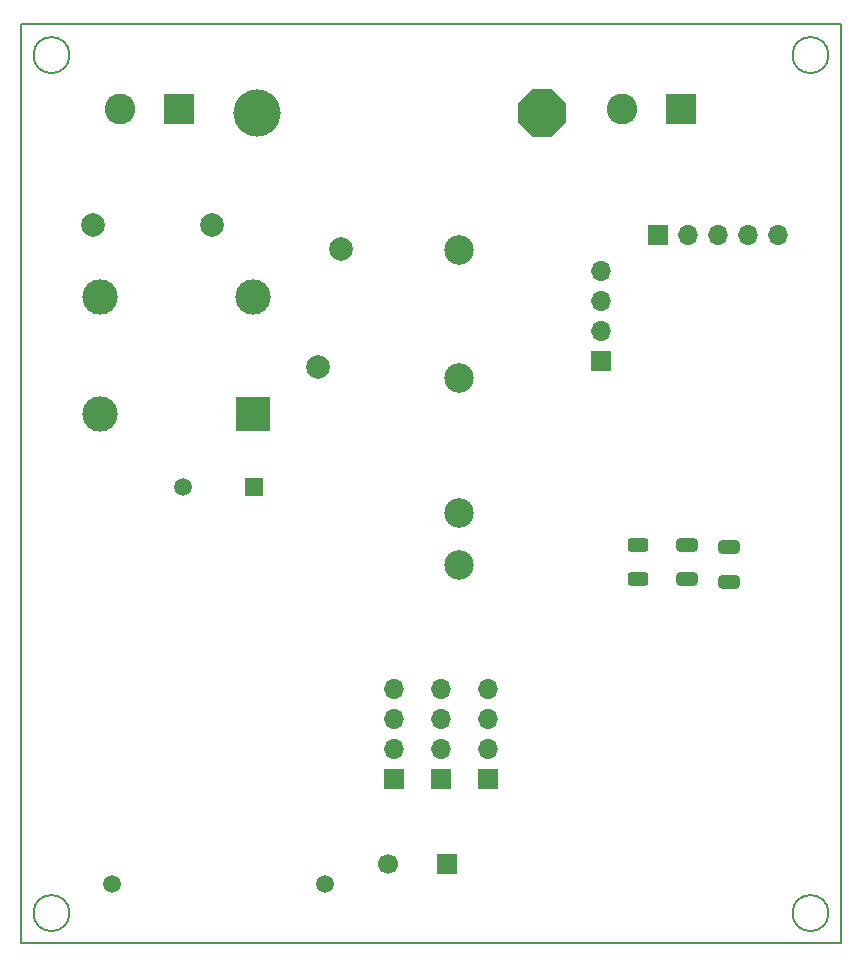
<source format=gbs>
%TF.GenerationSoftware,KiCad,Pcbnew,7.0.2*%
%TF.CreationDate,2023-08-24T00:14:34+05:00*%
%TF.ProjectId,IOTV,494f5456-2e6b-4696-9361-645f70636258,3*%
%TF.SameCoordinates,Original*%
%TF.FileFunction,Soldermask,Bot*%
%TF.FilePolarity,Negative*%
%FSLAX46Y46*%
G04 Gerber Fmt 4.6, Leading zero omitted, Abs format (unit mm)*
G04 Created by KiCad (PCBNEW 7.0.2) date 2023-08-24 00:14:34*
%MOMM*%
%LPD*%
G01*
G04 APERTURE LIST*
G04 Aperture macros list*
%AMRoundRect*
0 Rectangle with rounded corners*
0 $1 Rounding radius*
0 $2 $3 $4 $5 $6 $7 $8 $9 X,Y pos of 4 corners*
0 Add a 4 corners polygon primitive as box body*
4,1,4,$2,$3,$4,$5,$6,$7,$8,$9,$2,$3,0*
0 Add four circle primitives for the rounded corners*
1,1,$1+$1,$2,$3*
1,1,$1+$1,$4,$5*
1,1,$1+$1,$6,$7*
1,1,$1+$1,$8,$9*
0 Add four rect primitives between the rounded corners*
20,1,$1+$1,$2,$3,$4,$5,0*
20,1,$1+$1,$4,$5,$6,$7,0*
20,1,$1+$1,$6,$7,$8,$9,0*
20,1,$1+$1,$8,$9,$2,$3,0*%
%AMFreePoly0*
4,1,18,0.843072,1.985355,1.985355,0.843072,2.000000,0.807717,2.000000,-0.807717,1.985355,-0.843072,0.843072,-1.985355,0.807717,-2.000000,0.000000,-2.000000,-0.807717,-2.000000,-0.843072,-1.985354,-1.985355,-0.843072,-2.000000,-0.807717,-2.000000,0.807717,-1.985354,0.843072,-0.843072,1.985355,-0.807717,2.000000,0.807717,2.000000,0.843072,1.985355,0.843072,1.985355,$1*%
G04 Aperture macros list end*
%ADD10C,2.500000*%
%ADD11C,2.000000*%
%ADD12R,1.700000X1.700000*%
%ADD13O,1.700000X1.700000*%
%ADD14C,4.000000*%
%ADD15FreePoly0,0.000000*%
%ADD16R,1.500000X1.500000*%
%ADD17C,1.500000*%
%ADD18R,2.600000X2.600000*%
%ADD19C,2.600000*%
%ADD20C,1.700000*%
%ADD21R,3.000000X3.000000*%
%ADD22C,3.000000*%
%ADD23RoundRect,0.250000X0.650000X-0.325000X0.650000X0.325000X-0.650000X0.325000X-0.650000X-0.325000X0*%
%ADD24RoundRect,0.250000X-0.625000X0.312500X-0.625000X-0.312500X0.625000X-0.312500X0.625000X0.312500X0*%
%ADD25RoundRect,0.250000X-0.650000X0.325000X-0.650000X-0.325000X0.650000X-0.325000X0.650000X0.325000X0*%
%TA.AperFunction,Profile*%
%ADD26C,0.150000*%
%TD*%
G04 APERTURE END LIST*
D10*
%TO.C,U2*%
X138633200Y-70104000D03*
X138633200Y-80899000D03*
X138633200Y-92329000D03*
X138633200Y-96774000D03*
%TD*%
D11*
%TO.C,C5*%
X117694000Y-67998000D03*
X107694000Y-67998000D03*
%TD*%
D12*
%TO.C,J8*%
X150693000Y-79454000D03*
D13*
X150693000Y-76914000D03*
X150693000Y-74374000D03*
X150693000Y-71834000D03*
%TD*%
%TO.C,J3*%
X133109200Y-107264200D03*
X133109200Y-109804200D03*
X133109200Y-112344200D03*
D12*
X133109200Y-114884200D03*
%TD*%
D13*
%TO.C,J5*%
X141109200Y-107264200D03*
X141109200Y-109804200D03*
X141109200Y-112344200D03*
D12*
X141109200Y-114884200D03*
%TD*%
D14*
%TO.C,F1*%
X121506000Y-58513000D03*
D15*
X145636000Y-58513000D03*
%TD*%
D16*
%TO.C,PS1*%
X121265200Y-90170000D03*
D17*
X115265200Y-90170000D03*
X127265200Y-123770000D03*
X109265200Y-123770000D03*
%TD*%
D18*
%TO.C,J1*%
X114944000Y-58193000D03*
D19*
X109944000Y-58193000D03*
%TD*%
D13*
%TO.C,J4*%
X137109200Y-107264200D03*
X137109200Y-109804200D03*
X137109200Y-112344200D03*
D12*
X137109200Y-114884200D03*
%TD*%
%TO.C,C6*%
X137639800Y-122072400D03*
D20*
X132639800Y-122072400D03*
%TD*%
D21*
%TO.C,FL1*%
X121171000Y-83982750D03*
D22*
X121171000Y-74076750D03*
X108217000Y-74076750D03*
X108217000Y-83982750D03*
%TD*%
D18*
%TO.C,J2*%
X157444000Y-58193000D03*
D19*
X152444000Y-58193000D03*
%TD*%
D12*
%TO.C,J6*%
X155480000Y-68810000D03*
D13*
X158020000Y-68810000D03*
X160560000Y-68810000D03*
X163100000Y-68810000D03*
X165640000Y-68810000D03*
%TD*%
D11*
%TO.C,RVe1*%
X128694000Y-69998000D03*
X126744000Y-79998000D03*
%TD*%
D23*
%TO.C,C1*%
X161544000Y-98200000D03*
X161544000Y-95250000D03*
%TD*%
D24*
%TO.C,R1*%
X153797000Y-95057500D03*
X153797000Y-97982500D03*
%TD*%
D25*
%TO.C,C2*%
X157988000Y-95045000D03*
X157988000Y-97995000D03*
%TD*%
D26*
X105664000Y-126238000D02*
G75*
G03*
X105664000Y-126238000I-1524000J0D01*
G01*
X101600000Y-50934000D02*
X170976000Y-50934000D01*
X170976000Y-128778000D01*
X101600000Y-128778000D01*
X101600000Y-50934000D01*
X105664000Y-53594000D02*
G75*
G03*
X105664000Y-53594000I-1524000J0D01*
G01*
X169926000Y-126238000D02*
G75*
G03*
X169926000Y-126238000I-1524000J0D01*
G01*
X169926000Y-53594000D02*
G75*
G03*
X169926000Y-53594000I-1524000J0D01*
G01*
M02*

</source>
